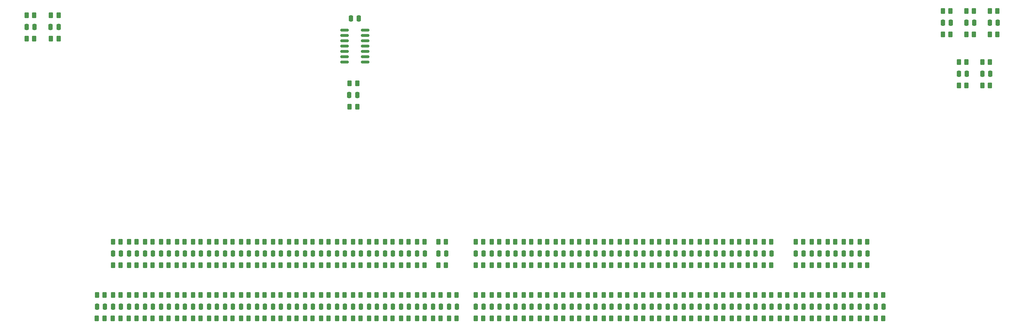
<source format=gtp>
%TF.GenerationSoftware,KiCad,Pcbnew,7.0.9-1.fc38*%
%TF.CreationDate,2023-12-15T18:12:34+10:00*%
%TF.ProjectId,LogicAnalyserSMD,4c6f6769-6341-46e6-916c-79736572534d,0.2*%
%TF.SameCoordinates,Original*%
%TF.FileFunction,Paste,Top*%
%TF.FilePolarity,Positive*%
%FSLAX46Y46*%
G04 Gerber Fmt 4.6, Leading zero omitted, Abs format (unit mm)*
G04 Created by KiCad (PCBNEW 7.0.9-1.fc38) date 2023-12-15 18:12:34*
%MOMM*%
%LPD*%
G01*
G04 APERTURE LIST*
G04 Aperture macros list*
%AMRoundRect*
0 Rectangle with rounded corners*
0 $1 Rounding radius*
0 $2 $3 $4 $5 $6 $7 $8 $9 X,Y pos of 4 corners*
0 Add a 4 corners polygon primitive as box body*
4,1,4,$2,$3,$4,$5,$6,$7,$8,$9,$2,$3,0*
0 Add four circle primitives for the rounded corners*
1,1,$1+$1,$2,$3*
1,1,$1+$1,$4,$5*
1,1,$1+$1,$6,$7*
1,1,$1+$1,$8,$9*
0 Add four rect primitives between the rounded corners*
20,1,$1+$1,$2,$3,$4,$5,0*
20,1,$1+$1,$4,$5,$6,$7,0*
20,1,$1+$1,$6,$7,$8,$9,0*
20,1,$1+$1,$8,$9,$2,$3,0*%
G04 Aperture macros list end*
%ADD10RoundRect,0.250000X0.262500X0.450000X-0.262500X0.450000X-0.262500X-0.450000X0.262500X-0.450000X0*%
%ADD11RoundRect,0.250000X-0.250000X-0.475000X0.250000X-0.475000X0.250000X0.475000X-0.250000X0.475000X0*%
%ADD12RoundRect,0.250000X-0.262500X-0.450000X0.262500X-0.450000X0.262500X0.450000X-0.262500X0.450000X0*%
%ADD13RoundRect,0.250000X0.250000X0.475000X-0.250000X0.475000X-0.250000X-0.475000X0.250000X-0.475000X0*%
%ADD14RoundRect,0.150000X-0.825000X-0.150000X0.825000X-0.150000X0.825000X0.150000X-0.825000X0.150000X0*%
G04 APERTURE END LIST*
D10*
%TO.C,R1*%
X41355000Y-157734000D03*
X43180000Y-157734000D03*
%TD*%
D11*
%TO.C,C41*%
X119502000Y-154940000D03*
X117602000Y-154940000D03*
%TD*%
D12*
%TO.C,R146*%
X186737000Y-152146000D03*
X184912000Y-152146000D03*
%TD*%
D10*
%TO.C,R173*%
X215392000Y-157734000D03*
X217217000Y-157734000D03*
%TD*%
D12*
%TO.C,R8*%
X50847000Y-139446000D03*
X49022000Y-139446000D03*
%TD*%
D13*
%TO.C,C100*%
X101478000Y-104394000D03*
X103378000Y-104394000D03*
%TD*%
D12*
%TO.C,R24*%
X66087000Y-139446000D03*
X64262000Y-139446000D03*
%TD*%
D10*
%TO.C,R93*%
X135382000Y-157734000D03*
X137207000Y-157734000D03*
%TD*%
D12*
%TO.C,R14*%
X54657000Y-152146000D03*
X52832000Y-152146000D03*
%TD*%
%TO.C,R142*%
X182927000Y-152146000D03*
X181102000Y-152146000D03*
%TD*%
D10*
%TO.C,R103*%
X146812000Y-145034000D03*
X148637000Y-145034000D03*
%TD*%
D11*
%TO.C,C35*%
X108072000Y-154940000D03*
X106172000Y-154940000D03*
%TD*%
%TO.C,C43*%
X127122000Y-154940000D03*
X125222000Y-154940000D03*
%TD*%
D12*
%TO.C,R116*%
X160067000Y-139446000D03*
X158242000Y-139446000D03*
%TD*%
D10*
%TO.C,R85*%
X125222000Y-157734000D03*
X127047000Y-157734000D03*
%TD*%
%TO.C,R137*%
X177292000Y-157734000D03*
X179117000Y-157734000D03*
%TD*%
%TO.C,R179*%
X223012000Y-145034000D03*
X224837000Y-145034000D03*
%TD*%
D11*
%TO.C,C29*%
X96642000Y-154940000D03*
X94742000Y-154940000D03*
%TD*%
D10*
%TO.C,R153*%
X192532000Y-157734000D03*
X194357000Y-157734000D03*
%TD*%
%TO.C,R49*%
X87122000Y-157734000D03*
X88947000Y-157734000D03*
%TD*%
D12*
%TO.C,R38*%
X77517000Y-152146000D03*
X75692000Y-152146000D03*
%TD*%
D11*
%TO.C,C48*%
X141092000Y-142240000D03*
X139192000Y-142240000D03*
%TD*%
%TO.C,C91*%
X224912000Y-154940000D03*
X223012000Y-154940000D03*
%TD*%
D10*
%TO.C,R51*%
X90932000Y-145034000D03*
X92757000Y-145034000D03*
%TD*%
D11*
%TO.C,C16*%
X73782000Y-142240000D03*
X71882000Y-142240000D03*
%TD*%
%TO.C,C79*%
X198242000Y-154940000D03*
X196342000Y-154940000D03*
%TD*%
D12*
%TO.C,R46*%
X85137000Y-152146000D03*
X83312000Y-152146000D03*
%TD*%
%TO.C,R199*%
X103378000Y-101600000D03*
X101553000Y-101600000D03*
%TD*%
%TO.C,R18*%
X58467000Y-152146000D03*
X56642000Y-152146000D03*
%TD*%
D11*
%TO.C,C74*%
X190622000Y-142240000D03*
X188722000Y-142240000D03*
%TD*%
%TO.C,C73*%
X186812000Y-154940000D03*
X184912000Y-154940000D03*
%TD*%
D10*
%TO.C,R135*%
X177292000Y-145034000D03*
X179117000Y-145034000D03*
%TD*%
D11*
%TO.C,C39*%
X115692000Y-154940000D03*
X113792000Y-154940000D03*
%TD*%
D13*
%TO.C,C103*%
X101854000Y-86106000D03*
X103754000Y-86106000D03*
%TD*%
D10*
%TO.C,R201*%
X226822000Y-157734000D03*
X228647000Y-157734000D03*
%TD*%
D12*
%TO.C,R26*%
X66087000Y-152146000D03*
X64262000Y-152146000D03*
%TD*%
D10*
%TO.C,R17*%
X56642000Y-157734000D03*
X58467000Y-157734000D03*
%TD*%
D12*
%TO.C,R114*%
X156257000Y-152146000D03*
X154432000Y-152146000D03*
%TD*%
D10*
%TO.C,R99*%
X143002000Y-145034000D03*
X144827000Y-145034000D03*
%TD*%
D12*
%TO.C,R84*%
X124507000Y-139446000D03*
X122682000Y-139446000D03*
%TD*%
D10*
%TO.C,R194*%
X30433000Y-90932000D03*
X32258000Y-90932000D03*
%TD*%
D11*
%TO.C,C15*%
X69972000Y-154940000D03*
X68072000Y-154940000D03*
%TD*%
%TO.C,C21*%
X81402000Y-154940000D03*
X79502000Y-154940000D03*
%TD*%
%TO.C,C17*%
X73782000Y-154940000D03*
X71882000Y-154940000D03*
%TD*%
%TO.C,C2*%
X47112000Y-142240000D03*
X45212000Y-142240000D03*
%TD*%
D10*
%TO.C,R67*%
X106172000Y-145034000D03*
X107997000Y-145034000D03*
%TD*%
%TO.C,R189*%
X252222000Y-96520000D03*
X254047000Y-96520000D03*
%TD*%
D11*
%TO.C,C54*%
X152522000Y-142240000D03*
X150622000Y-142240000D03*
%TD*%
%TO.C,C96*%
X255900000Y-87122000D03*
X254000000Y-87122000D03*
%TD*%
%TO.C,C49*%
X141092000Y-154940000D03*
X139192000Y-154940000D03*
%TD*%
D10*
%TO.C,R35*%
X75692000Y-145034000D03*
X77517000Y-145034000D03*
%TD*%
D12*
%TO.C,R128*%
X171497000Y-139446000D03*
X169672000Y-139446000D03*
%TD*%
%TO.C,R132*%
X175307000Y-139446000D03*
X173482000Y-139446000D03*
%TD*%
D10*
%TO.C,R197*%
X121412000Y-157734000D03*
X123237000Y-157734000D03*
%TD*%
%TO.C,R61*%
X100377000Y-157734000D03*
X98552000Y-157734000D03*
%TD*%
D12*
%TO.C,R74*%
X111807000Y-152146000D03*
X109982000Y-152146000D03*
%TD*%
%TO.C,R32*%
X73707000Y-139446000D03*
X71882000Y-139446000D03*
%TD*%
D11*
%TO.C,C18*%
X77592000Y-142240000D03*
X75692000Y-142240000D03*
%TD*%
D10*
%TO.C,R121*%
X162052000Y-157734000D03*
X163877000Y-157734000D03*
%TD*%
D11*
%TO.C,C56*%
X156332000Y-142240000D03*
X154432000Y-142240000D03*
%TD*%
D10*
%TO.C,R25*%
X64262000Y-157734000D03*
X66087000Y-157734000D03*
%TD*%
D11*
%TO.C,C31*%
X100452000Y-154940000D03*
X98552000Y-154940000D03*
%TD*%
D12*
%TO.C,R134*%
X175307000Y-152146000D03*
X173482000Y-152146000D03*
%TD*%
D10*
%TO.C,R39*%
X79502000Y-145034000D03*
X81327000Y-145034000D03*
%TD*%
D12*
%TO.C,R22*%
X62277000Y-152146000D03*
X60452000Y-152146000D03*
%TD*%
%TO.C,R44*%
X85137000Y-139446000D03*
X83312000Y-139446000D03*
%TD*%
%TO.C,R184*%
X244649000Y-89916000D03*
X242824000Y-89916000D03*
%TD*%
D11*
%TO.C,C44*%
X133472000Y-142240000D03*
X131572000Y-142240000D03*
%TD*%
D12*
%TO.C,R66*%
X104187000Y-152146000D03*
X102362000Y-152146000D03*
%TD*%
%TO.C,R204*%
X205787000Y-152146000D03*
X203962000Y-152146000D03*
%TD*%
D11*
%TO.C,C101*%
X228722000Y-154940000D03*
X226822000Y-154940000D03*
%TD*%
%TO.C,C83*%
X209672000Y-154940000D03*
X207772000Y-154940000D03*
%TD*%
%TO.C,C13*%
X66162000Y-154940000D03*
X64262000Y-154940000D03*
%TD*%
%TO.C,C34*%
X108072000Y-142240000D03*
X106172000Y-142240000D03*
%TD*%
D12*
%TO.C,R98*%
X141017000Y-152146000D03*
X139192000Y-152146000D03*
%TD*%
D10*
%TO.C,R79*%
X117602000Y-145034000D03*
X119427000Y-145034000D03*
%TD*%
D12*
%TO.C,R2*%
X43227000Y-152146000D03*
X41402000Y-152146000D03*
%TD*%
%TO.C,R144*%
X186737000Y-139446000D03*
X184912000Y-139446000D03*
%TD*%
D10*
%TO.C,R95*%
X139192000Y-145034000D03*
X141017000Y-145034000D03*
%TD*%
%TO.C,R83*%
X122682000Y-145034000D03*
X124507000Y-145034000D03*
%TD*%
D11*
%TO.C,C95*%
X254122000Y-99314000D03*
X252222000Y-99314000D03*
%TD*%
D10*
%TO.C,R155*%
X196342000Y-145034000D03*
X198167000Y-145034000D03*
%TD*%
D12*
%TO.C,R102*%
X144827000Y-152146000D03*
X143002000Y-152146000D03*
%TD*%
%TO.C,R80*%
X119427000Y-139446000D03*
X117602000Y-139446000D03*
%TD*%
D11*
%TO.C,C58*%
X160142000Y-142240000D03*
X158242000Y-142240000D03*
%TD*%
%TO.C,C36*%
X111882000Y-142240000D03*
X109982000Y-142240000D03*
%TD*%
D10*
%TO.C,R23*%
X64215000Y-145034000D03*
X66040000Y-145034000D03*
%TD*%
%TO.C,R111*%
X154432000Y-145034000D03*
X156257000Y-145034000D03*
%TD*%
D12*
%TO.C,R60*%
X100377000Y-139446000D03*
X98552000Y-139446000D03*
%TD*%
D11*
%TO.C,C24*%
X89022000Y-142240000D03*
X87122000Y-142240000D03*
%TD*%
D12*
%TO.C,R30*%
X69897000Y-152146000D03*
X68072000Y-152146000D03*
%TD*%
D11*
%TO.C,C32*%
X104262000Y-142240000D03*
X102362000Y-142240000D03*
%TD*%
D12*
%TO.C,R12*%
X54657000Y-139446000D03*
X52832000Y-139446000D03*
%TD*%
%TO.C,R122*%
X163877000Y-152146000D03*
X162052000Y-152146000D03*
%TD*%
D11*
%TO.C,C7*%
X54732000Y-154940000D03*
X52832000Y-154940000D03*
%TD*%
%TO.C,C30*%
X100452000Y-142240000D03*
X98552000Y-142240000D03*
%TD*%
%TO.C,C61*%
X163952000Y-154940000D03*
X162052000Y-154940000D03*
%TD*%
D10*
%TO.C,R81*%
X117602000Y-157734000D03*
X119427000Y-157734000D03*
%TD*%
%TO.C,R77*%
X113792000Y-157734000D03*
X115617000Y-157734000D03*
%TD*%
D12*
%TO.C,R186*%
X248459000Y-102108000D03*
X246634000Y-102108000D03*
%TD*%
D11*
%TO.C,C99*%
X123312000Y-154940000D03*
X121412000Y-154940000D03*
%TD*%
D10*
%TO.C,R9*%
X48975000Y-157734000D03*
X50800000Y-157734000D03*
%TD*%
D11*
%TO.C,C26*%
X92832000Y-142240000D03*
X90932000Y-142240000D03*
%TD*%
%TO.C,C75*%
X190622000Y-154940000D03*
X188722000Y-154940000D03*
%TD*%
%TO.C,C86*%
X217292000Y-142240000D03*
X215392000Y-142240000D03*
%TD*%
%TO.C,C38*%
X115692000Y-142240000D03*
X113792000Y-142240000D03*
%TD*%
D12*
%TO.C,R110*%
X152447000Y-152146000D03*
X150622000Y-152146000D03*
%TD*%
D11*
%TO.C,C84*%
X213482000Y-142240000D03*
X211582000Y-142240000D03*
%TD*%
%TO.C,C11*%
X62352000Y-154940000D03*
X60452000Y-154940000D03*
%TD*%
D12*
%TO.C,R138*%
X179117000Y-152146000D03*
X177292000Y-152146000D03*
%TD*%
D11*
%TO.C,C66*%
X175382000Y-142240000D03*
X173482000Y-142240000D03*
%TD*%
D10*
%TO.C,R183*%
X242824000Y-84328000D03*
X244649000Y-84328000D03*
%TD*%
D12*
%TO.C,R56*%
X96567000Y-139446000D03*
X94742000Y-139446000D03*
%TD*%
D10*
%TO.C,R97*%
X139192000Y-157734000D03*
X141017000Y-157734000D03*
%TD*%
D12*
%TO.C,R6*%
X47037000Y-152146000D03*
X45212000Y-152146000D03*
%TD*%
%TO.C,R188*%
X250237000Y-89916000D03*
X248412000Y-89916000D03*
%TD*%
D10*
%TO.C,R27*%
X68072000Y-145034000D03*
X69897000Y-145034000D03*
%TD*%
%TO.C,R7*%
X49022000Y-145034000D03*
X50847000Y-145034000D03*
%TD*%
D11*
%TO.C,C59*%
X160142000Y-154940000D03*
X158242000Y-154940000D03*
%TD*%
D12*
%TO.C,R50*%
X88947000Y-152146000D03*
X87122000Y-152146000D03*
%TD*%
%TO.C,R198*%
X123237000Y-152146000D03*
X121412000Y-152146000D03*
%TD*%
%TO.C,R16*%
X58467000Y-139446000D03*
X56642000Y-139446000D03*
%TD*%
%TO.C,R156*%
X198167000Y-139446000D03*
X196342000Y-139446000D03*
%TD*%
D10*
%TO.C,R129*%
X169672000Y-157734000D03*
X171497000Y-157734000D03*
%TD*%
D12*
%TO.C,R86*%
X127047000Y-152146000D03*
X125222000Y-152146000D03*
%TD*%
D10*
%TO.C,R33*%
X71882000Y-157734000D03*
X73707000Y-157734000D03*
%TD*%
%TO.C,R57*%
X94742000Y-157734000D03*
X96567000Y-157734000D03*
%TD*%
D12*
%TO.C,R70*%
X107997000Y-152146000D03*
X106172000Y-152146000D03*
%TD*%
%TO.C,R112*%
X156257000Y-139446000D03*
X154432000Y-139446000D03*
%TD*%
D11*
%TO.C,C93*%
X248534000Y-99314000D03*
X246634000Y-99314000D03*
%TD*%
D12*
%TO.C,R72*%
X111807000Y-139446000D03*
X109982000Y-139446000D03*
%TD*%
D10*
%TO.C,R19*%
X60405000Y-145034000D03*
X62230000Y-145034000D03*
%TD*%
%TO.C,R109*%
X150622000Y-157734000D03*
X152447000Y-157734000D03*
%TD*%
%TO.C,R15*%
X56642000Y-145034000D03*
X58467000Y-145034000D03*
%TD*%
D12*
%TO.C,R96*%
X141017000Y-139446000D03*
X139192000Y-139446000D03*
%TD*%
D10*
%TO.C,R177*%
X219202000Y-157734000D03*
X221027000Y-157734000D03*
%TD*%
%TO.C,R65*%
X102362000Y-157734000D03*
X104187000Y-157734000D03*
%TD*%
D12*
%TO.C,R28*%
X69897000Y-139446000D03*
X68072000Y-139446000D03*
%TD*%
D10*
%TO.C,R43*%
X83312000Y-145034000D03*
X85137000Y-145034000D03*
%TD*%
D11*
%TO.C,C94*%
X250312000Y-87122000D03*
X248412000Y-87122000D03*
%TD*%
D12*
%TO.C,R154*%
X194357000Y-152146000D03*
X192532000Y-152146000D03*
%TD*%
D10*
%TO.C,R3*%
X45212000Y-145034000D03*
X47037000Y-145034000D03*
%TD*%
D12*
%TO.C,R48*%
X88947000Y-139446000D03*
X87122000Y-139446000D03*
%TD*%
D10*
%TO.C,R53*%
X90932000Y-157734000D03*
X92757000Y-157734000D03*
%TD*%
%TO.C,R187*%
X248412000Y-84328000D03*
X250237000Y-84328000D03*
%TD*%
%TO.C,R73*%
X109982000Y-157734000D03*
X111807000Y-157734000D03*
%TD*%
D11*
%TO.C,C10*%
X62352000Y-142240000D03*
X60452000Y-142240000D03*
%TD*%
D12*
%TO.C,R4*%
X47037000Y-139446000D03*
X45212000Y-139446000D03*
%TD*%
D11*
%TO.C,C65*%
X171572000Y-154940000D03*
X169672000Y-154940000D03*
%TD*%
%TO.C,C50*%
X144902000Y-142240000D03*
X143002000Y-142240000D03*
%TD*%
%TO.C,C67*%
X175382000Y-154940000D03*
X173482000Y-154940000D03*
%TD*%
D10*
%TO.C,R29*%
X68072000Y-157734000D03*
X69897000Y-157734000D03*
%TD*%
%TO.C,R45*%
X83312000Y-157734000D03*
X85137000Y-157734000D03*
%TD*%
D12*
%TO.C,R136*%
X179117000Y-139446000D03*
X177292000Y-139446000D03*
%TD*%
D10*
%TO.C,R113*%
X154432000Y-157734000D03*
X156257000Y-157734000D03*
%TD*%
D11*
%TO.C,C102*%
X205862000Y-154940000D03*
X203962000Y-154940000D03*
%TD*%
D12*
%TO.C,R126*%
X167687000Y-152146000D03*
X165862000Y-152146000D03*
%TD*%
D10*
%TO.C,R181*%
X223012000Y-157734000D03*
X224837000Y-157734000D03*
%TD*%
%TO.C,R161*%
X200152000Y-157734000D03*
X201977000Y-157734000D03*
%TD*%
D11*
%TO.C,C1*%
X43302000Y-154940000D03*
X41402000Y-154940000D03*
%TD*%
D10*
%TO.C,R171*%
X215392000Y-145034000D03*
X217217000Y-145034000D03*
%TD*%
%TO.C,R91*%
X135382000Y-145034000D03*
X137207000Y-145034000D03*
%TD*%
D11*
%TO.C,C37*%
X111882000Y-154940000D03*
X109982000Y-154940000D03*
%TD*%
%TO.C,C71*%
X183002000Y-154940000D03*
X181102000Y-154940000D03*
%TD*%
D12*
%TO.C,R168*%
X213407000Y-139446000D03*
X211582000Y-139446000D03*
%TD*%
D11*
%TO.C,C51*%
X144902000Y-154940000D03*
X143002000Y-154940000D03*
%TD*%
D12*
%TO.C,R10*%
X50847000Y-152146000D03*
X49022000Y-152146000D03*
%TD*%
%TO.C,R130*%
X171497000Y-152146000D03*
X169672000Y-152146000D03*
%TD*%
D10*
%TO.C,R141*%
X181102000Y-157734000D03*
X182927000Y-157734000D03*
%TD*%
D11*
%TO.C,C12*%
X66162000Y-142240000D03*
X64262000Y-142240000D03*
%TD*%
D12*
%TO.C,R180*%
X224837000Y-139446000D03*
X223012000Y-139446000D03*
%TD*%
D10*
%TO.C,R117*%
X158242000Y-157734000D03*
X160067000Y-157734000D03*
%TD*%
D12*
%TO.C,R34*%
X73707000Y-152146000D03*
X71882000Y-152146000D03*
%TD*%
%TO.C,R178*%
X221027000Y-152146000D03*
X219202000Y-152146000D03*
%TD*%
%TO.C,R160*%
X201977000Y-139446000D03*
X200152000Y-139446000D03*
%TD*%
D10*
%TO.C,R107*%
X150622000Y-145034000D03*
X152447000Y-145034000D03*
%TD*%
D11*
%TO.C,C9*%
X58542000Y-154940000D03*
X56642000Y-154940000D03*
%TD*%
D10*
%TO.C,R159*%
X200152000Y-145034000D03*
X201977000Y-145034000D03*
%TD*%
D12*
%TO.C,R64*%
X104187000Y-139446000D03*
X102362000Y-139446000D03*
%TD*%
D11*
%TO.C,C25*%
X89022000Y-154940000D03*
X87122000Y-154940000D03*
%TD*%
%TO.C,C55*%
X152522000Y-154940000D03*
X150622000Y-154940000D03*
%TD*%
D10*
%TO.C,R37*%
X75692000Y-157734000D03*
X77517000Y-157734000D03*
%TD*%
D12*
%TO.C,R68*%
X107997000Y-139446000D03*
X106172000Y-139446000D03*
%TD*%
D10*
%TO.C,R167*%
X211582000Y-145034000D03*
X213407000Y-145034000D03*
%TD*%
%TO.C,R145*%
X184912000Y-157734000D03*
X186737000Y-157734000D03*
%TD*%
%TO.C,R11*%
X52832000Y-145034000D03*
X54657000Y-145034000D03*
%TD*%
D12*
%TO.C,R164*%
X209597000Y-139446000D03*
X207772000Y-139446000D03*
%TD*%
D10*
%TO.C,R5*%
X45165000Y-157734000D03*
X46990000Y-157734000D03*
%TD*%
D11*
%TO.C,C23*%
X85212000Y-154940000D03*
X83312000Y-154940000D03*
%TD*%
D10*
%TO.C,R147*%
X188722000Y-145034000D03*
X190547000Y-145034000D03*
%TD*%
D11*
%TO.C,C20*%
X81402000Y-142240000D03*
X79502000Y-142240000D03*
%TD*%
D10*
%TO.C,R165*%
X207772000Y-157734000D03*
X209597000Y-157734000D03*
%TD*%
D12*
%TO.C,R54*%
X92757000Y-152146000D03*
X90932000Y-152146000D03*
%TD*%
D10*
%TO.C,R71*%
X109982000Y-145034000D03*
X111807000Y-145034000D03*
%TD*%
%TO.C,R123*%
X165862000Y-145034000D03*
X167687000Y-145034000D03*
%TD*%
%TO.C,R169*%
X211582000Y-157734000D03*
X213407000Y-157734000D03*
%TD*%
%TO.C,R21*%
X60452000Y-157734000D03*
X62277000Y-157734000D03*
%TD*%
D11*
%TO.C,C57*%
X156332000Y-154940000D03*
X154432000Y-154940000D03*
%TD*%
D12*
%TO.C,R94*%
X137207000Y-152146000D03*
X135382000Y-152146000D03*
%TD*%
D10*
%TO.C,R185*%
X246634000Y-96520000D03*
X248459000Y-96520000D03*
%TD*%
D12*
%TO.C,R100*%
X144827000Y-139446000D03*
X143002000Y-139446000D03*
%TD*%
D11*
%TO.C,C63*%
X167762000Y-154940000D03*
X165862000Y-154940000D03*
%TD*%
D12*
%TO.C,R106*%
X148637000Y-152146000D03*
X146812000Y-152146000D03*
%TD*%
%TO.C,R158*%
X198167000Y-152146000D03*
X196342000Y-152146000D03*
%TD*%
D10*
%TO.C,R131*%
X173482000Y-145034000D03*
X175307000Y-145034000D03*
%TD*%
D12*
%TO.C,R88*%
X133397000Y-139446000D03*
X131572000Y-139446000D03*
%TD*%
D11*
%TO.C,C3*%
X47112000Y-154940000D03*
X45212000Y-154940000D03*
%TD*%
D10*
%TO.C,R75*%
X113792000Y-145034000D03*
X115617000Y-145034000D03*
%TD*%
%TO.C,R87*%
X131572000Y-145034000D03*
X133397000Y-145034000D03*
%TD*%
%TO.C,R101*%
X144827000Y-157734000D03*
X143002000Y-157734000D03*
%TD*%
D11*
%TO.C,C88*%
X221102000Y-142240000D03*
X219202000Y-142240000D03*
%TD*%
D12*
%TO.C,R120*%
X163877000Y-139446000D03*
X162052000Y-139446000D03*
%TD*%
%TO.C,R182*%
X224837000Y-152146000D03*
X223012000Y-152146000D03*
%TD*%
D10*
%TO.C,R191*%
X254000000Y-84328000D03*
X255825000Y-84328000D03*
%TD*%
D12*
%TO.C,R192*%
X255825000Y-89916000D03*
X254000000Y-89916000D03*
%TD*%
D11*
%TO.C,C77*%
X194432000Y-154940000D03*
X192532000Y-154940000D03*
%TD*%
%TO.C,C60*%
X163952000Y-142240000D03*
X162052000Y-142240000D03*
%TD*%
D10*
%TO.C,R143*%
X184912000Y-145034000D03*
X186737000Y-145034000D03*
%TD*%
D11*
%TO.C,C22*%
X85212000Y-142240000D03*
X83312000Y-142240000D03*
%TD*%
D12*
%TO.C,R62*%
X100377000Y-152146000D03*
X98552000Y-152146000D03*
%TD*%
D11*
%TO.C,C53*%
X148712000Y-154940000D03*
X146812000Y-154940000D03*
%TD*%
D10*
%TO.C,R157*%
X196342000Y-157734000D03*
X198167000Y-157734000D03*
%TD*%
D12*
%TO.C,R193*%
X32258000Y-85344000D03*
X30433000Y-85344000D03*
%TD*%
D10*
%TO.C,R63*%
X102362000Y-145034000D03*
X104187000Y-145034000D03*
%TD*%
D12*
%TO.C,R162*%
X201977000Y-152146000D03*
X200152000Y-152146000D03*
%TD*%
D10*
%TO.C,R13*%
X52785000Y-157734000D03*
X54610000Y-157734000D03*
%TD*%
D11*
%TO.C,C82*%
X209672000Y-142240000D03*
X207772000Y-142240000D03*
%TD*%
%TO.C,C14*%
X69972000Y-142240000D03*
X68072000Y-142240000D03*
%TD*%
D12*
%TO.C,R174*%
X217217000Y-152146000D03*
X215392000Y-152146000D03*
%TD*%
D11*
%TO.C,C47*%
X137282000Y-154940000D03*
X135382000Y-154940000D03*
%TD*%
%TO.C,C8*%
X58542000Y-142240000D03*
X56642000Y-142240000D03*
%TD*%
D10*
%TO.C,R139*%
X181102000Y-145034000D03*
X182927000Y-145034000D03*
%TD*%
D12*
%TO.C,R166*%
X209597000Y-152146000D03*
X207772000Y-152146000D03*
%TD*%
D10*
%TO.C,R133*%
X173482000Y-157734000D03*
X175307000Y-157734000D03*
%TD*%
D12*
%TO.C,R108*%
X152447000Y-139446000D03*
X150622000Y-139446000D03*
%TD*%
%TO.C,R190*%
X254047000Y-102108000D03*
X252222000Y-102108000D03*
%TD*%
D10*
%TO.C,R69*%
X106172000Y-157734000D03*
X107997000Y-157734000D03*
%TD*%
D11*
%TO.C,C98*%
X26538000Y-88138000D03*
X24638000Y-88138000D03*
%TD*%
%TO.C,C52*%
X148712000Y-142240000D03*
X146812000Y-142240000D03*
%TD*%
%TO.C,C42*%
X124582000Y-142240000D03*
X122682000Y-142240000D03*
%TD*%
D12*
%TO.C,R140*%
X182927000Y-139446000D03*
X181102000Y-139446000D03*
%TD*%
D11*
%TO.C,C92*%
X244724000Y-87122000D03*
X242824000Y-87122000D03*
%TD*%
%TO.C,C45*%
X133472000Y-154940000D03*
X131572000Y-154940000D03*
%TD*%
D12*
%TO.C,R150*%
X190547000Y-152146000D03*
X188722000Y-152146000D03*
%TD*%
D10*
%TO.C,R203*%
X203962000Y-157734000D03*
X205787000Y-157734000D03*
%TD*%
D11*
%TO.C,C28*%
X96642000Y-142240000D03*
X94742000Y-142240000D03*
%TD*%
D10*
%TO.C,R163*%
X207772000Y-145034000D03*
X209597000Y-145034000D03*
%TD*%
D12*
%TO.C,R42*%
X81327000Y-152146000D03*
X79502000Y-152146000D03*
%TD*%
%TO.C,R92*%
X137207000Y-139446000D03*
X135382000Y-139446000D03*
%TD*%
D11*
%TO.C,C72*%
X186812000Y-142240000D03*
X184912000Y-142240000D03*
%TD*%
D10*
%TO.C,R195*%
X24638000Y-85344000D03*
X26463000Y-85344000D03*
%TD*%
D12*
%TO.C,R52*%
X92757000Y-139446000D03*
X90932000Y-139446000D03*
%TD*%
D11*
%TO.C,C33*%
X104262000Y-154940000D03*
X102362000Y-154940000D03*
%TD*%
D12*
%TO.C,R78*%
X115617000Y-152146000D03*
X113792000Y-152146000D03*
%TD*%
D10*
%TO.C,R127*%
X169672000Y-145034000D03*
X171497000Y-145034000D03*
%TD*%
D12*
%TO.C,R82*%
X119427000Y-152146000D03*
X117602000Y-152146000D03*
%TD*%
%TO.C,R90*%
X133397000Y-152146000D03*
X131572000Y-152146000D03*
%TD*%
D10*
%TO.C,R151*%
X192532000Y-145034000D03*
X194357000Y-145034000D03*
%TD*%
D12*
%TO.C,R118*%
X160067000Y-152146000D03*
X158242000Y-152146000D03*
%TD*%
D10*
%TO.C,R149*%
X188722000Y-157734000D03*
X190547000Y-157734000D03*
%TD*%
%TO.C,R175*%
X219202000Y-145034000D03*
X221027000Y-145034000D03*
%TD*%
%TO.C,R47*%
X87122000Y-145034000D03*
X88947000Y-145034000D03*
%TD*%
%TO.C,R89*%
X131572000Y-157734000D03*
X133397000Y-157734000D03*
%TD*%
%TO.C,R41*%
X79502000Y-157734000D03*
X81327000Y-157734000D03*
%TD*%
D12*
%TO.C,R104*%
X148637000Y-139446000D03*
X146812000Y-139446000D03*
%TD*%
D11*
%TO.C,C4*%
X50922000Y-142240000D03*
X49022000Y-142240000D03*
%TD*%
%TO.C,C80*%
X202052000Y-142240000D03*
X200152000Y-142240000D03*
%TD*%
%TO.C,C85*%
X213482000Y-154940000D03*
X211582000Y-154940000D03*
%TD*%
D12*
%TO.C,R40*%
X81327000Y-139446000D03*
X79502000Y-139446000D03*
%TD*%
%TO.C,R36*%
X77517000Y-139446000D03*
X75692000Y-139446000D03*
%TD*%
D10*
%TO.C,R115*%
X158242000Y-145034000D03*
X160067000Y-145034000D03*
%TD*%
D11*
%TO.C,C78*%
X198242000Y-142240000D03*
X196342000Y-142240000D03*
%TD*%
D12*
%TO.C,R58*%
X96567000Y-152146000D03*
X94742000Y-152146000D03*
%TD*%
D11*
%TO.C,C69*%
X179192000Y-154940000D03*
X177292000Y-154940000D03*
%TD*%
D10*
%TO.C,R105*%
X146812000Y-157734000D03*
X148637000Y-157734000D03*
%TD*%
D11*
%TO.C,C87*%
X217292000Y-154940000D03*
X215392000Y-154940000D03*
%TD*%
%TO.C,C40*%
X119502000Y-142240000D03*
X117602000Y-142240000D03*
%TD*%
D12*
%TO.C,R76*%
X115617000Y-139446000D03*
X113792000Y-139446000D03*
%TD*%
D11*
%TO.C,C19*%
X77592000Y-154940000D03*
X75692000Y-154940000D03*
%TD*%
D10*
%TO.C,R31*%
X71835000Y-145034000D03*
X73660000Y-145034000D03*
%TD*%
%TO.C,R119*%
X162052000Y-145034000D03*
X163877000Y-145034000D03*
%TD*%
D11*
%TO.C,C46*%
X137282000Y-142240000D03*
X135382000Y-142240000D03*
%TD*%
D10*
%TO.C,R125*%
X165862000Y-157734000D03*
X167687000Y-157734000D03*
%TD*%
D11*
%TO.C,C27*%
X92832000Y-154940000D03*
X90932000Y-154940000D03*
%TD*%
%TO.C,C5*%
X50922000Y-154940000D03*
X49022000Y-154940000D03*
%TD*%
D12*
%TO.C,R152*%
X194357000Y-139446000D03*
X192532000Y-139446000D03*
%TD*%
%TO.C,R148*%
X190547000Y-139446000D03*
X188722000Y-139446000D03*
%TD*%
%TO.C,R196*%
X26463000Y-90932000D03*
X24638000Y-90932000D03*
%TD*%
D14*
%TO.C,U1*%
X105280000Y-88900000D03*
X105280000Y-90170000D03*
X105280000Y-91440000D03*
X105280000Y-92710000D03*
X105280000Y-93980000D03*
X105280000Y-95250000D03*
X105280000Y-96520000D03*
X100330000Y-96520000D03*
X100330000Y-95250000D03*
X100330000Y-93980000D03*
X100330000Y-92710000D03*
X100330000Y-91440000D03*
X100330000Y-90170000D03*
X100330000Y-88900000D03*
%TD*%
D11*
%TO.C,C70*%
X183002000Y-142240000D03*
X181102000Y-142240000D03*
%TD*%
%TO.C,C62*%
X167762000Y-142240000D03*
X165862000Y-142240000D03*
%TD*%
D12*
%TO.C,R172*%
X217217000Y-139446000D03*
X215392000Y-139446000D03*
%TD*%
%TO.C,R20*%
X62277000Y-139446000D03*
X60452000Y-139446000D03*
%TD*%
D11*
%TO.C,C64*%
X171572000Y-142240000D03*
X169672000Y-142240000D03*
%TD*%
D12*
%TO.C,R202*%
X228647000Y-152146000D03*
X226822000Y-152146000D03*
%TD*%
%TO.C,R170*%
X213407000Y-152146000D03*
X211582000Y-152146000D03*
%TD*%
D10*
%TO.C,R200*%
X101553000Y-107188000D03*
X103378000Y-107188000D03*
%TD*%
D11*
%TO.C,C89*%
X221102000Y-154940000D03*
X219202000Y-154940000D03*
%TD*%
%TO.C,C90*%
X224912000Y-142240000D03*
X223012000Y-142240000D03*
%TD*%
D10*
%TO.C,R59*%
X98552000Y-145034000D03*
X100377000Y-145034000D03*
%TD*%
D13*
%TO.C,C97*%
X30358000Y-88138000D03*
X32258000Y-88138000D03*
%TD*%
D11*
%TO.C,C76*%
X194432000Y-142240000D03*
X192532000Y-142240000D03*
%TD*%
D10*
%TO.C,R55*%
X94742000Y-145034000D03*
X96567000Y-145034000D03*
%TD*%
D12*
%TO.C,R124*%
X167687000Y-139446000D03*
X165862000Y-139446000D03*
%TD*%
%TO.C,R176*%
X221027000Y-139446000D03*
X219202000Y-139446000D03*
%TD*%
D11*
%TO.C,C81*%
X202052000Y-154940000D03*
X200152000Y-154940000D03*
%TD*%
%TO.C,C68*%
X179192000Y-142240000D03*
X177292000Y-142240000D03*
%TD*%
%TO.C,C6*%
X54732000Y-142240000D03*
X52832000Y-142240000D03*
%TD*%
M02*

</source>
